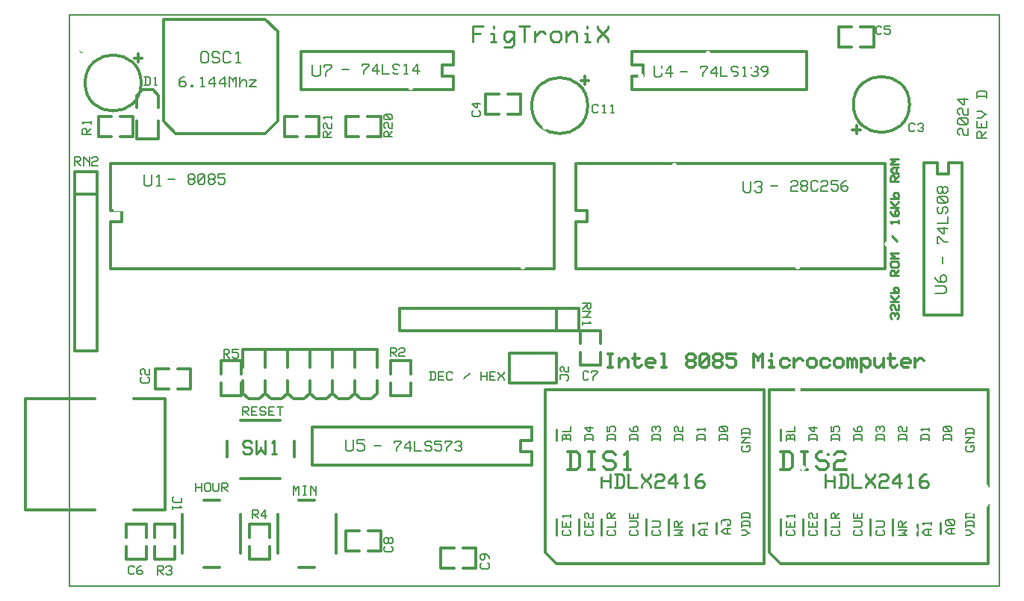
<source format=gto>
G04*
G04 Format:               Gerber RS-274X*
G04 Layer:                TopSilkscreen*
G04 This File Name:       Mini (Ver 4l 2024).gto*
G04 Source File Name:     Mini (Ver 4l 2024).rrb*
G04 Unique ID:            7eb9bcc2-86c3-4737-8ec5-6b6225f7666b*
G04 Generated Date:       Saturday, 19 October 2024 22:22:10*
G04*
G04 Created Using:        Robot Room Copper Connection v2.7.5443*
G04 Software Contact:     http://www.robotroom.com/CopperConnection/Support.aspx*
G04 License Number:       1685*
G04 Student Edition:      true*
G04*
G04 Zero Suppression:     Leading*
G04 Number Precision:     2.4*
G04*
%FSLAX24Y24*%
%MOIN*%
%LNTopSilkscreen*%
%ADD10C,.006*%
%ADD11C,.0071*%
%ADD12C,.0079*%
%ADD13C,.009*%
%ADD14C,.0094*%
%ADD15C,.01*%
%ADD16C,.0109*%
%ADD17C,.012*%
%ADD18C,.0126*%
%ADD19C,.0141*%
%ADD20C,.026*%
%ADD21C,.031*%
%ADD22C,.056*%
%ADD23C,.065*%
%ADD24C,.075*%
%ADD25C,.088*%
%ADD26C,.15*%
%ADD27C,.16*%
%ADD28R,.006X.006*%
%ADD29R,.056X.056*%
%ADD30R,.065X.065*%
%ADD31R,.075X.075*%
%ADD32R,.04X.05*%
%ADD33R,.05X.04*%
%ADD34R,.055X.06*%
D10*
G01X5660Y4600D02*
Y4218D01*
Y4409D02*
X5915D01*
Y4600D02*
Y4218D01*
X6042Y4281D02*
Y4536D01*
X6106Y4600D01*
X6234D01*
X6298Y4536D01*
Y4281D01*
X6234Y4218D01*
X6106D01*
X6042Y4281D01*
X6680Y4600D02*
Y4281D01*
X6616Y4218D01*
X6489D01*
X6425Y4281D01*
Y4600D01*
X6807D02*
Y4218D01*
Y4600D02*
X6999D01*
X7062Y4536D01*
Y4473D01*
X6999Y4409D01*
X6807D01*
X6871D02*
X7062Y4218D01*
X10000Y4078D02*
Y4460D01*
X10127Y4333D01*
X10255Y4460D01*
Y4078D01*
X10127Y4333D02*
Y4269D01*
X10446Y4460D02*
X10574D01*
X10510D02*
Y4078D01*
X10446D02*
X10574D01*
X10765D02*
Y4460D01*
X11020Y4205D01*
Y4460D02*
Y4078D01*
X30255Y6191D02*
Y6255D01*
X30382D01*
Y6064D01*
X30319Y6000D01*
X30064D01*
X30000Y6064D01*
Y6191D01*
X30064Y6255D01*
X30382Y6383D02*
X30000D01*
X30255Y6637D01*
X30000D02*
X30382D01*
X30000Y6765D02*
Y6956D01*
X30064Y7020D01*
X30319D01*
X30382Y6956D01*
Y6765D01*
X30000Y6829D02*
X30382D01*
X30000Y2505D02*
X30191D01*
X30319Y2378D01*
X30191Y2250D01*
X30000D01*
X30319Y2378D02*
X30382D01*
X30000Y2633D02*
Y2824D01*
X30064Y2887D01*
X30319D01*
X30382Y2824D01*
Y2633D01*
X30000Y2696D02*
X30382D01*
X30000Y3015D02*
Y3206D01*
X30064Y3270D01*
X30319D01*
X30382Y3206D01*
Y3015D01*
X30000Y3079D02*
X30382D01*
X22319Y2505D02*
X22382Y2441D01*
Y2314D01*
X22319Y2250D01*
X22064D01*
X22000Y2314D01*
Y2441D01*
X22064Y2505D01*
X22382Y2887D02*
Y2633D01*
X22191D01*
X22000D01*
Y2887D01*
X22191Y2633D02*
Y2824D01*
X22064Y3079D02*
X22000Y3142D01*
X22382D01*
Y3079D02*
Y3206D01*
X23319Y2505D02*
X23383Y2441D01*
Y2314D01*
X23319Y2250D01*
X23064D01*
X23000Y2314D01*
Y2441D01*
X23064Y2505D01*
X23383Y2887D02*
Y2633D01*
X23191D01*
X23000D01*
Y2887D01*
X23191Y2633D02*
Y2824D01*
X23064Y3015D02*
X23000Y3079D01*
Y3206D01*
X23064Y3270D01*
X23128D01*
X23191Y3206D01*
Y3079D01*
X23255Y3015D01*
X23383D01*
Y3270D01*
X24319Y2505D02*
X24382Y2441D01*
Y2314D01*
X24319Y2250D01*
X24064D01*
X24000Y2314D01*
Y2441D01*
X24064Y2505D01*
X24382Y2887D02*
Y2633D01*
X24000D01*
Y3015D02*
X24382D01*
X24000D02*
Y3206D01*
X24064Y3270D01*
X24127D01*
X24191Y3206D01*
Y3015D01*
Y3079D02*
X24382Y3270D01*
X25319Y2505D02*
X25382Y2441D01*
Y2314D01*
X25319Y2250D01*
X25064D01*
X25000Y2314D01*
Y2441D01*
X25064Y2505D01*
X25000Y2887D02*
X25319D01*
X25382Y2824D01*
Y2696D01*
X25319Y2633D01*
X25000D01*
X25382Y3270D02*
Y3015D01*
X25191D01*
X25000D01*
Y3270D01*
X25191Y3015D02*
Y3206D01*
X26319Y2505D02*
X26383Y2441D01*
Y2314D01*
X26319Y2250D01*
X26064D01*
X26000Y2314D01*
Y2441D01*
X26064Y2505D01*
X26000Y2887D02*
X26319D01*
X26383Y2824D01*
Y2696D01*
X26319Y2633D01*
X26000D01*
X27000Y2505D02*
X27383D01*
X27255Y2378D01*
X27383Y2250D01*
X27000D01*
X27191Y2378D02*
X27255D01*
X27000Y2633D02*
X27383D01*
X27000D02*
Y2824D01*
X27064Y2887D01*
X27128D01*
X27191Y2824D01*
Y2633D01*
Y2696D02*
X27383Y2887D01*
X29502Y2320D02*
X29248D01*
X29120Y2447D01*
X29248Y2575D01*
X29502D01*
X29375Y2320D02*
Y2575D01*
X29439Y2702D02*
X29184D01*
X29120Y2766D01*
Y2894D01*
X29184Y2957D01*
X29439D01*
X29502Y2894D01*
Y2766D01*
X29439Y2702D01*
X29184Y2957D02*
X29439Y2702D01*
X28472Y2280D02*
X28218D01*
X28090Y2407D01*
X28218Y2535D01*
X28472D01*
X28345Y2280D02*
Y2535D01*
X28154Y2726D02*
X28090Y2790D01*
X28472D01*
Y2726D02*
Y2854D01*
X22000Y6500D02*
Y6691D01*
X22064Y6755D01*
X22127D01*
X22191Y6691D01*
Y6564D01*
Y6691D02*
X22255Y6755D01*
X22319D01*
X22382Y6691D01*
Y6500D01*
X22000Y6564D02*
X22382D01*
Y7138D02*
Y6883D01*
X22000D01*
X23000Y6500D02*
Y6691D01*
X23064Y6755D01*
X23319D01*
X23383Y6691D01*
Y6500D01*
X23000Y6564D02*
X23383D01*
X23255Y7138D02*
Y6883D01*
X23191D01*
X23000Y7074D01*
X23383D01*
X24000Y6500D02*
Y6691D01*
X24064Y6755D01*
X24319D01*
X24382Y6691D01*
Y6500D01*
X24000Y6564D02*
X24382D01*
X24127Y6883D02*
X24000D01*
Y7138D01*
X24127Y6883D02*
Y7074D01*
X24191Y7138D01*
X24319D01*
X24382Y7074D01*
Y6946D01*
X24319Y6883D01*
X25000Y6500D02*
Y6691D01*
X25064Y6755D01*
X25319D01*
X25382Y6691D01*
Y6500D01*
X25000Y6564D02*
X25382D01*
X25255Y6883D02*
X25191Y6946D01*
Y7074D01*
X25255Y7138D01*
X25319D01*
X25382Y7074D01*
Y6946D01*
X25319Y6883D01*
X25255D01*
X25127D01*
X25000Y7010D01*
Y7074D01*
X26000Y6500D02*
Y6691D01*
X26064Y6755D01*
X26319D01*
X26383Y6691D01*
Y6500D01*
X26000Y6564D02*
X26383D01*
X26064Y6883D02*
X26000Y6946D01*
Y7074D01*
X26064Y7138D01*
X26128D01*
X26191Y7074D01*
Y7010D01*
Y7074D02*
X26255Y7138D01*
X26319D01*
X26383Y7074D01*
Y6946D01*
X26319Y6883D01*
X27000Y6500D02*
Y6691D01*
X27064Y6755D01*
X27319D01*
X27383Y6691D01*
Y6500D01*
X27000Y6564D02*
X27383D01*
X27064Y6883D02*
X27000Y6946D01*
Y7074D01*
X27064Y7138D01*
X27128D01*
X27191Y7074D01*
Y6946D01*
X27255Y6883D01*
X27383D01*
Y7138D01*
X28000Y6500D02*
Y6691D01*
X28064Y6755D01*
X28319D01*
X28382Y6691D01*
Y6500D01*
X28000Y6564D02*
X28382D01*
X28064Y6946D02*
X28000Y7010D01*
X28382D01*
Y6946D02*
Y7074D01*
X29000Y6500D02*
Y6691D01*
X29064Y6755D01*
X29319D01*
X29382Y6691D01*
Y6500D01*
X29000Y6564D02*
X29382D01*
X29319Y6883D02*
X29064D01*
X29000Y6946D01*
Y7074D01*
X29064Y7138D01*
X29319D01*
X29382Y7074D01*
Y6946D01*
X29319Y6883D01*
X29064Y7138D02*
X29319Y6883D01*
X40255Y6191D02*
Y6255D01*
X40382D01*
Y6064D01*
X40319Y6000D01*
X40064D01*
X40000Y6064D01*
Y6191D01*
X40064Y6255D01*
X40382Y6383D02*
X40000D01*
X40255Y6637D01*
X40000D02*
X40382D01*
X40000Y6765D02*
Y6956D01*
X40064Y7020D01*
X40319D01*
X40382Y6956D01*
Y6765D01*
X40000Y6829D02*
X40382D01*
X40000Y2505D02*
X40191D01*
X40319Y2378D01*
X40191Y2250D01*
X40000D01*
X40319Y2378D02*
X40382D01*
X40000Y2633D02*
Y2824D01*
X40064Y2887D01*
X40319D01*
X40382Y2824D01*
Y2633D01*
X40000Y2696D02*
X40382D01*
X40000Y3015D02*
Y3206D01*
X40064Y3270D01*
X40319D01*
X40382Y3206D01*
Y3015D01*
X40000Y3079D02*
X40382D01*
X32319Y2505D02*
X32383Y2441D01*
Y2314D01*
X32319Y2250D01*
X32064D01*
X32000Y2314D01*
Y2441D01*
X32064Y2505D01*
X32383Y2887D02*
Y2633D01*
X32191D01*
X32000D01*
Y2887D01*
X32191Y2633D02*
Y2824D01*
X32064Y3079D02*
X32000Y3142D01*
X32383D01*
Y3079D02*
Y3206D01*
X33319Y2505D02*
X33382Y2441D01*
Y2314D01*
X33319Y2250D01*
X33064D01*
X33000Y2314D01*
Y2441D01*
X33064Y2505D01*
X33382Y2887D02*
Y2633D01*
X33191D01*
X33000D01*
Y2887D01*
X33191Y2633D02*
Y2824D01*
X33064Y3015D02*
X33000Y3079D01*
Y3206D01*
X33064Y3270D01*
X33127D01*
X33191Y3206D01*
Y3079D01*
X33255Y3015D01*
X33382D01*
Y3270D01*
X34319Y2505D02*
X34382Y2441D01*
Y2314D01*
X34319Y2250D01*
X34064D01*
X34000Y2314D01*
Y2441D01*
X34064Y2505D01*
X34382Y2887D02*
Y2633D01*
X34000D01*
Y3015D02*
X34382D01*
X34000D02*
Y3206D01*
X34064Y3270D01*
X34127D01*
X34191Y3206D01*
Y3015D01*
Y3079D02*
X34382Y3270D01*
X35319Y2505D02*
X35382Y2441D01*
Y2314D01*
X35319Y2250D01*
X35064D01*
X35000Y2314D01*
Y2441D01*
X35064Y2505D01*
X35000Y2887D02*
X35319D01*
X35382Y2824D01*
Y2696D01*
X35319Y2633D01*
X35000D01*
X35382Y3270D02*
Y3015D01*
X35191D01*
X35000D01*
Y3270D01*
X35191Y3015D02*
Y3206D01*
X36319Y2505D02*
X36383Y2441D01*
Y2314D01*
X36319Y2250D01*
X36064D01*
X36000Y2314D01*
Y2441D01*
X36064Y2505D01*
X36000Y2887D02*
X36319D01*
X36383Y2824D01*
Y2696D01*
X36319Y2633D01*
X36000D01*
X37000Y2505D02*
X37383D01*
X37255Y2378D01*
X37383Y2250D01*
X37000D01*
X37191Y2378D02*
X37255D01*
X37000Y2633D02*
X37383D01*
X37000D02*
Y2824D01*
X37064Y2887D01*
X37128D01*
X37191Y2824D01*
Y2633D01*
Y2696D02*
X37383Y2887D01*
X39502Y2320D02*
X39248D01*
X39120Y2447D01*
X39248Y2575D01*
X39502D01*
X39375Y2320D02*
Y2575D01*
X39439Y2702D02*
X39184D01*
X39120Y2766D01*
Y2894D01*
X39184Y2957D01*
X39439D01*
X39502Y2894D01*
Y2766D01*
X39439Y2702D01*
X39184Y2957D02*
X39439Y2702D01*
X38472Y2280D02*
X38218D01*
X38090Y2407D01*
X38218Y2535D01*
X38472D01*
X38345Y2280D02*
Y2535D01*
X38154Y2726D02*
X38090Y2790D01*
X38472D01*
Y2726D02*
Y2854D01*
X32000Y6500D02*
Y6691D01*
X32064Y6755D01*
X32128D01*
X32191Y6691D01*
Y6564D01*
Y6691D02*
X32255Y6755D01*
X32319D01*
X32383Y6691D01*
Y6500D01*
X32000Y6564D02*
X32383D01*
Y7138D02*
Y6883D01*
X32000D01*
X33000Y6500D02*
Y6691D01*
X33064Y6755D01*
X33319D01*
X33382Y6691D01*
Y6500D01*
X33000Y6564D02*
X33382D01*
X33255Y7138D02*
Y6883D01*
X33191D01*
X33000Y7074D01*
X33382D01*
X34000Y6500D02*
Y6691D01*
X34064Y6755D01*
X34319D01*
X34382Y6691D01*
Y6500D01*
X34000Y6564D02*
X34382D01*
X34127Y6883D02*
X34000D01*
Y7138D01*
X34127Y6883D02*
Y7074D01*
X34191Y7138D01*
X34319D01*
X34382Y7074D01*
Y6946D01*
X34319Y6883D01*
X35000Y6500D02*
Y6691D01*
X35064Y6755D01*
X35319D01*
X35382Y6691D01*
Y6500D01*
X35000Y6564D02*
X35382D01*
X35255Y6883D02*
X35191Y6946D01*
Y7074D01*
X35255Y7138D01*
X35319D01*
X35382Y7074D01*
Y6946D01*
X35319Y6883D01*
X35255D01*
X35127D01*
X35000Y7010D01*
Y7074D01*
X36000Y6500D02*
Y6691D01*
X36064Y6755D01*
X36319D01*
X36383Y6691D01*
Y6500D01*
X36000Y6564D02*
X36383D01*
X36064Y6883D02*
X36000Y6946D01*
Y7074D01*
X36064Y7138D01*
X36128D01*
X36191Y7074D01*
Y7010D01*
Y7074D02*
X36255Y7138D01*
X36319D01*
X36383Y7074D01*
Y6946D01*
X36319Y6883D01*
X37000Y6500D02*
Y6691D01*
X37064Y6755D01*
X37319D01*
X37383Y6691D01*
Y6500D01*
X37000Y6564D02*
X37383D01*
X37064Y6883D02*
X37000Y6946D01*
Y7074D01*
X37064Y7138D01*
X37128D01*
X37191Y7074D01*
Y6946D01*
X37255Y6883D01*
X37383D01*
Y7138D01*
X38000Y6500D02*
Y6691D01*
X38064Y6755D01*
X38319D01*
X38382Y6691D01*
Y6500D01*
X38000Y6564D02*
X38382D01*
X38064Y6946D02*
X38000Y7010D01*
X38382D01*
Y6946D02*
Y7074D01*
X39000Y6500D02*
Y6691D01*
X39064Y6755D01*
X39319D01*
X39382Y6691D01*
Y6500D01*
X39000Y6564D02*
X39382D01*
X39319Y6883D02*
X39064D01*
X39000Y6946D01*
Y7074D01*
X39064Y7138D01*
X39319D01*
X39382Y7074D01*
Y6946D01*
X39319Y6883D01*
X39064Y7138D02*
X39319Y6883D01*
X7750Y8000D02*
Y7618D01*
Y8000D02*
X7941D01*
X8005Y7936D01*
Y7873D01*
X7941Y7809D01*
X7750D01*
X7814D02*
X8005Y7618D01*
X8387D02*
X8132D01*
Y7809D01*
Y8000D01*
X8387D01*
X8132Y7809D02*
X8324D01*
X8706D02*
X8579D01*
X8515Y7873D01*
Y7936D01*
X8579Y8000D01*
X8706D01*
X8770Y7936D01*
X8706Y7809D02*
X8770Y7745D01*
Y7681D01*
X8706Y7618D01*
X8579D01*
X8515Y7681D01*
X9152Y7618D02*
X8897D01*
Y7809D01*
Y8000D01*
X9152D01*
X8897Y7809D02*
X9089D01*
X9280Y8000D02*
X9535D01*
X9407D02*
Y7618D01*
X16090Y9570D02*
X16281D01*
X16345Y9506D01*
Y9251D01*
X16281Y9188D01*
X16090D01*
X16154Y9570D02*
Y9188D01*
X16727D02*
X16473D01*
Y9379D01*
Y9570D01*
X16727D01*
X16473Y9379D02*
X16664D01*
X17110Y9251D02*
X17046Y9188D01*
X16919D01*
X16855Y9251D01*
Y9506D01*
X16919Y9570D01*
X17046D01*
X17110Y9506D01*
X17875D02*
X17620Y9251D01*
X18385Y9570D02*
Y9188D01*
Y9379D02*
X18640D01*
Y9570D02*
Y9188D01*
X19022D02*
X18767D01*
Y9379D01*
Y9570D01*
X19022D01*
X18767Y9379D02*
X18959D01*
X19150Y9570D02*
Y9506D01*
X19405Y9251D01*
Y9188D01*
X19150D02*
Y9251D01*
X19405Y9506D01*
Y9570D01*
X14379Y1775D02*
X14442Y1711D01*
Y1584D01*
X14379Y1520D01*
X14124D01*
X14060Y1584D01*
Y1711D01*
X14124Y1775D01*
X14251Y1966D02*
X14187Y1903D01*
X14124D01*
X14060Y1966D01*
Y2094D01*
X14124Y2158D01*
X14187D01*
X14251Y2094D01*
Y1966D01*
Y2094D02*
X14315Y2158D01*
X14379D01*
X14442Y2094D01*
Y1966D01*
X14379Y1903D01*
X14315D01*
X14251Y1966D01*
X3940Y890D02*
Y508D01*
Y890D02*
X4131D01*
X4195Y826D01*
Y763D01*
X4131Y699D01*
X3940D01*
X4004D02*
X4195Y508D01*
X4323Y826D02*
X4386Y890D01*
X4514D01*
X4578Y826D01*
Y763D01*
X4514Y699D01*
X4450D01*
X4514D02*
X4578Y635D01*
Y571D01*
X4514Y508D01*
X4386D01*
X4323Y571D01*
X8180Y3400D02*
Y3017D01*
Y3400D02*
X8371D01*
X8435Y3336D01*
Y3272D01*
X8371Y3209D01*
X8180D01*
X8244D02*
X8435Y3017D01*
X8817Y3145D02*
X8562D01*
Y3209D01*
X8754Y3400D01*
Y3017D01*
X725Y23901D02*
X661Y23837D01*
X534D01*
X470Y23901D01*
Y24156D01*
X534Y24220D01*
X661D01*
X725Y24156D01*
X916D02*
X980Y24220D01*
Y23837D01*
X916D02*
X1044D01*
X2895Y581D02*
X2831Y517D01*
X2704D01*
X2640Y581D01*
Y836D01*
X2704Y900D01*
X2831D01*
X2895Y836D01*
X3022Y645D02*
X3086Y709D01*
X3214D01*
X3277Y645D01*
Y581D01*
X3214Y517D01*
X3086D01*
X3022Y581D01*
Y645D01*
Y772D01*
X3150Y900D01*
X3214D01*
X6900Y10560D02*
Y10178D01*
Y10560D02*
X7091D01*
X7155Y10496D01*
Y10433D01*
X7091Y10369D01*
X6900D01*
X6964D02*
X7155Y10178D01*
X7282Y10433D02*
Y10560D01*
X7537D01*
X7282Y10433D02*
X7474D01*
X7537Y10369D01*
Y10241D01*
X7474Y10178D01*
X7346D01*
X7282Y10241D01*
X3350Y22740D02*
X3541D01*
X3605Y22676D01*
Y22421D01*
X3541Y22358D01*
X3350D01*
X3414Y22740D02*
Y22358D01*
X3796Y22676D02*
X3860Y22740D01*
Y22358D01*
X3796D02*
X3924D01*
X260Y19150D02*
Y18768D01*
Y19150D02*
X451D01*
X515Y19086D01*
Y19023D01*
X451Y18959D01*
X260D01*
X324D02*
X515Y18768D01*
X643D02*
Y19150D01*
X898Y18895D01*
Y19150D02*
Y18768D01*
X1025Y19086D02*
X1089Y19150D01*
X1216D01*
X1280Y19086D01*
Y19023D01*
X1216Y18959D01*
X1089D01*
X1025Y18895D01*
Y18768D01*
X1280D01*
X14340Y10630D02*
Y10248D01*
Y10630D02*
X14531D01*
X14595Y10566D01*
Y10503D01*
X14531Y10439D01*
X14340D01*
X14404D02*
X14595Y10248D01*
X14722Y10566D02*
X14786Y10630D01*
X14914D01*
X14977Y10566D01*
Y10503D01*
X14914Y10439D01*
X14786D01*
X14722Y10375D01*
Y10248D01*
X14977D01*
X23185Y9271D02*
X23121Y9208D01*
X22994D01*
X22930Y9271D01*
Y9526D01*
X22994Y9590D01*
X23121D01*
X23185Y9526D01*
X23313D02*
Y9590D01*
X23568D01*
Y9526D01*
X23376Y9335D01*
Y9208D01*
X580Y20180D02*
X962D01*
X580D02*
Y20371D01*
X644Y20435D01*
X707D01*
X771Y20371D01*
Y20180D01*
Y20244D02*
X962Y20435D01*
X644Y20626D02*
X580Y20690D01*
X962D01*
Y20626D02*
Y20754D01*
X5000Y3936D02*
Y3745D01*
X4681D01*
X4617Y3809D01*
Y3936D01*
X4681Y4000D01*
X4936Y3554D02*
X5000Y3490D01*
X4617D01*
Y3554D02*
Y3426D01*
X37745Y20351D02*
X37681Y20287D01*
X37554D01*
X37490Y20351D01*
Y20606D01*
X37554Y20670D01*
X37681D01*
X37745Y20606D01*
X37872D02*
X37936Y20670D01*
X38064D01*
X38127Y20606D01*
Y20543D01*
X38064Y20479D01*
X38000D01*
X38064D02*
X38127Y20415D01*
Y20351D01*
X38064Y20287D01*
X37936D01*
X37872Y20351D01*
X36255Y24681D02*
X36191Y24617D01*
X36064D01*
X36000Y24681D01*
Y24936D01*
X36064Y25000D01*
X36191D01*
X36255Y24936D01*
X36383Y24872D02*
Y25000D01*
X36638D01*
X36383Y24872D02*
X36574D01*
X36638Y24809D01*
Y24681D01*
X36574Y24617D01*
X36446D01*
X36383Y24681D01*
X23615Y21181D02*
X23551Y21117D01*
X23424D01*
X23360Y21181D01*
Y21436D01*
X23424Y21500D01*
X23551D01*
X23615Y21436D01*
X23806D02*
X23870Y21500D01*
Y21117D01*
X23806D02*
X23934D01*
X24189Y21436D02*
X24252Y21500D01*
Y21117D01*
X24189D02*
X24316D01*
X21900Y9234D02*
Y9425D01*
X22219D01*
X22283Y9361D01*
Y9234D01*
X22219Y9170D01*
X21964Y9552D02*
X21900Y9616D01*
Y9744D01*
X21964Y9807D01*
X22028D01*
X22091Y9744D01*
Y9616D01*
X22155Y9552D01*
X22283D01*
Y9807D01*
X11330Y20040D02*
X11712D01*
X11330D02*
Y20231D01*
X11394Y20295D01*
X11457D01*
X11521Y20231D01*
Y20040D01*
Y20104D02*
X11712Y20295D01*
X11394Y20423D02*
X11330Y20486D01*
Y20614D01*
X11394Y20678D01*
X11457D01*
X11521Y20614D01*
Y20486D01*
X11585Y20423D01*
X11712D01*
Y20678D01*
X11394Y20869D02*
X11330Y20933D01*
X11712D01*
Y20869D02*
Y20996D01*
X14040Y20050D02*
X14422D01*
X14040D02*
Y20241D01*
X14104Y20305D01*
X14167D01*
X14231Y20241D01*
Y20050D01*
Y20114D02*
X14422Y20305D01*
X14104Y20433D02*
X14040Y20496D01*
Y20624D01*
X14104Y20688D01*
X14167D01*
X14231Y20624D01*
Y20496D01*
X14295Y20433D01*
X14422D01*
Y20688D01*
X14359Y20815D02*
X14104D01*
X14040Y20879D01*
Y21006D01*
X14104Y21070D01*
X14359D01*
X14422Y21006D01*
Y20879D01*
X14359Y20815D01*
X14104Y21070D02*
X14359Y20815D01*
X3509Y9315D02*
X3573Y9251D01*
Y9124D01*
X3509Y9060D01*
X3254D01*
X3190Y9124D01*
Y9251D01*
X3254Y9315D01*
Y9442D02*
X3190Y9506D01*
Y9634D01*
X3254Y9697D01*
X3317D01*
X3381Y9634D01*
Y9506D01*
X3445Y9442D01*
X3573D01*
Y9697D01*
X18669Y1035D02*
X18733Y971D01*
Y844D01*
X18669Y780D01*
X18414D01*
X18350Y844D01*
Y971D01*
X18414Y1035D01*
X18478Y1417D02*
X18541Y1354D01*
Y1226D01*
X18478Y1163D01*
X18414D01*
X18350Y1226D01*
Y1354D01*
X18414Y1417D01*
X18605D01*
X18733Y1290D01*
Y1226D01*
X18289Y21225D02*
X18352Y21161D01*
Y21034D01*
X18289Y20970D01*
X18034D01*
X17970Y21034D01*
Y21161D01*
X18034Y21225D01*
X18225Y21608D02*
Y21353D01*
X18161D01*
X17970Y21544D01*
X18352D01*
X23290Y12630D02*
X22908D01*
X23290D02*
Y12439D01*
X23226Y12375D01*
X23163D01*
X23099Y12439D01*
Y12630D01*
Y12566D02*
X22908Y12375D01*
Y12248D02*
X23290D01*
X23035Y11993D01*
X23290D02*
X22908D01*
X23226Y11801D02*
X23290Y11738D01*
X22908D01*
Y11801D02*
Y11674D01*
D11*
X39735Y20140D02*
X39660Y20215D01*
Y20365D01*
X39735Y20440D01*
X39810D01*
X39885Y20365D01*
Y20215D01*
X39960Y20140D01*
X40110D01*
Y20440D01*
X40035Y20590D02*
X39735D01*
X39660Y20665D01*
Y20815D01*
X39735Y20890D01*
X40035D01*
X40110Y20815D01*
Y20665D01*
X40035Y20590D01*
X39735Y20890D02*
X40035Y20590D01*
X39735Y21040D02*
X39660Y21115D01*
Y21265D01*
X39735Y21340D01*
X39810D01*
X39885Y21265D01*
Y21115D01*
X39960Y21040D01*
X40110D01*
Y21340D01*
X39960Y21790D02*
Y21490D01*
X39885D01*
X39660Y21715D01*
X40110D01*
X40500Y20000D02*
X40950D01*
X40500D02*
Y20225D01*
X40575Y20300D01*
X40650D01*
X40725Y20225D01*
Y20000D01*
Y20075D02*
X40950Y20300D01*
Y20750D02*
Y20450D01*
X40725D01*
X40500D01*
Y20750D01*
X40725Y20450D02*
Y20675D01*
X40500Y21200D02*
X40725D01*
X40875Y21050D01*
X40725Y20900D01*
X40500D01*
X40875Y21050D02*
X40950D01*
X40500Y21800D02*
Y22025D01*
X40575Y22100D01*
X40875D01*
X40950Y22025D01*
Y21800D01*
X40500Y21875D02*
X40950D01*
X4910Y22440D02*
X4985Y22515D01*
X5135D01*
X5210Y22440D01*
Y22365D01*
X5135Y22290D01*
X4985D01*
X4910Y22365D01*
Y22440D01*
Y22590D01*
X5060Y22740D01*
X5135D01*
X5435Y22365D02*
X5510Y22290D01*
X5435D01*
Y22365D01*
X5510D01*
Y22290D01*
X5885Y22665D02*
X5960Y22740D01*
Y22290D01*
X5885D02*
X6035D01*
X6560Y22440D02*
X6260D01*
Y22515D01*
X6485Y22740D01*
Y22290D01*
X7010Y22440D02*
X6710D01*
Y22515D01*
X6935Y22740D01*
Y22290D01*
X7160D02*
Y22740D01*
X7310Y22590D01*
X7460Y22740D01*
Y22290D01*
X7310Y22590D02*
Y22515D01*
X7610Y22740D02*
Y22290D01*
Y22440D02*
X7760Y22590D01*
X7835D01*
X7910Y22515D01*
Y22290D01*
X8060Y22590D02*
X8360D01*
X8060Y22290D01*
X8360D01*
X12180Y23075D02*
X12480D01*
X13080Y23225D02*
Y23300D01*
X13380D01*
Y23225D01*
X13155Y23000D01*
Y22850D01*
X13830Y23000D02*
X13530D01*
Y23075D01*
X13755Y23300D01*
Y22850D01*
X14280D02*
X13980D01*
Y23300D01*
X14655Y23075D02*
X14505D01*
X14430Y23150D01*
Y23225D01*
X14505Y23300D01*
X14655D01*
X14730Y23225D01*
X14655Y23075D02*
X14730Y23000D01*
Y22925D01*
X14655Y22850D01*
X14505D01*
X14430Y22925D01*
X14955Y23225D02*
X15030Y23300D01*
Y22850D01*
X14955D02*
X15105D01*
X15630Y23000D02*
X15330D01*
Y23075D01*
X15555Y23300D01*
Y22850D01*
X27290Y22975D02*
X27590D01*
X28190Y23125D02*
Y23200D01*
X28490D01*
Y23125D01*
X28265Y22900D01*
Y22750D01*
X28940Y22900D02*
X28640D01*
Y22975D01*
X28865Y23200D01*
Y22750D01*
X29390D02*
X29090D01*
Y23200D01*
X29765Y22975D02*
X29615D01*
X29540Y23050D01*
Y23125D01*
X29615Y23200D01*
X29765D01*
X29840Y23125D01*
X29765Y22975D02*
X29840Y22900D01*
Y22825D01*
X29765Y22750D01*
X29615D01*
X29540Y22825D01*
X30065Y23125D02*
X30140Y23200D01*
Y22750D01*
X30065D02*
X30215D01*
X30440Y23125D02*
X30515Y23200D01*
X30665D01*
X30740Y23125D01*
Y23050D01*
X30665Y22975D01*
X30590D01*
X30665D02*
X30740Y22900D01*
Y22825D01*
X30665Y22750D01*
X30515D01*
X30440Y22825D01*
X31190Y23050D02*
X31115Y22975D01*
X30965D01*
X30890Y23050D01*
Y23125D01*
X30965Y23200D01*
X31115D01*
X31190Y23125D01*
Y22900D01*
X31040Y22750D01*
X30965D01*
X38975Y14390D02*
Y14690D01*
X38825Y15290D02*
X38750D01*
Y15590D01*
X38825D01*
X39050Y15365D01*
X39200D01*
X39050Y16040D02*
Y15740D01*
X38975D01*
X38750Y15965D01*
X39200D01*
Y16490D02*
Y16190D01*
X38750D01*
X38975Y16865D02*
Y16715D01*
X38900Y16640D01*
X38825D01*
X38750Y16715D01*
Y16865D01*
X38825Y16940D01*
X38975Y16865D02*
X39050Y16940D01*
X39125D01*
X39200Y16865D01*
Y16715D01*
X39125Y16640D01*
Y17090D02*
X38825D01*
X38750Y17165D01*
Y17315D01*
X38825Y17390D01*
X39125D01*
X39200Y17315D01*
Y17165D01*
X39125Y17090D01*
X38825Y17390D02*
X39125Y17090D01*
X38975Y17615D02*
X38900Y17540D01*
X38825D01*
X38750Y17615D01*
Y17765D01*
X38825Y17840D01*
X38900D01*
X38975Y17765D01*
Y17615D01*
Y17765D02*
X39050Y17840D01*
X39125D01*
X39200Y17765D01*
Y17615D01*
X39125Y17540D01*
X39050D01*
X38975Y17615D01*
X31310Y17865D02*
X31610D01*
X32210Y18015D02*
X32285Y18090D01*
X32435D01*
X32510Y18015D01*
Y17940D01*
X32435Y17865D01*
X32285D01*
X32210Y17790D01*
Y17640D01*
X32510D01*
X32735Y17865D02*
X32660Y17940D01*
Y18015D01*
X32735Y18090D01*
X32885D01*
X32960Y18015D01*
Y17940D01*
X32885Y17865D01*
X32735D01*
X32885D02*
X32960Y17790D01*
Y17715D01*
X32885Y17640D01*
X32735D01*
X32660Y17715D01*
Y17790D01*
X32735Y17865D01*
X33410Y17715D02*
X33335Y17640D01*
X33185D01*
X33110Y17715D01*
Y18015D01*
X33185Y18090D01*
X33335D01*
X33410Y18015D01*
X33560D02*
X33635Y18090D01*
X33785D01*
X33860Y18015D01*
Y17940D01*
X33785Y17865D01*
X33635D01*
X33560Y17790D01*
Y17640D01*
X33860D01*
X34010Y17940D02*
Y18090D01*
X34310D01*
X34010Y17940D02*
X34235D01*
X34310Y17865D01*
Y17715D01*
X34235Y17640D01*
X34085D01*
X34010Y17715D01*
X34460Y17790D02*
X34535Y17865D01*
X34685D01*
X34760Y17790D01*
Y17715D01*
X34685Y17640D01*
X34535D01*
X34460Y17715D01*
Y17790D01*
Y17940D01*
X34610Y18090D01*
X34685D01*
X4400Y18165D02*
X4700D01*
X5375D02*
X5300Y18240D01*
Y18315D01*
X5375Y18390D01*
X5525D01*
X5600Y18315D01*
Y18240D01*
X5525Y18165D01*
X5375D01*
X5525D02*
X5600Y18090D01*
Y18015D01*
X5525Y17940D01*
X5375D01*
X5300Y18015D01*
Y18090D01*
X5375Y18165D01*
X5750Y18015D02*
Y18315D01*
X5825Y18390D01*
X5975D01*
X6050Y18315D01*
Y18015D01*
X5975Y17940D01*
X5825D01*
X5750Y18015D01*
X6050Y18315D02*
X5750Y18015D01*
X6275Y18165D02*
X6200Y18240D01*
Y18315D01*
X6275Y18390D01*
X6425D01*
X6500Y18315D01*
Y18240D01*
X6425Y18165D01*
X6275D01*
X6425D02*
X6500Y18090D01*
Y18015D01*
X6425Y17940D01*
X6275D01*
X6200Y18015D01*
Y18090D01*
X6275Y18165D01*
X6650Y18240D02*
Y18390D01*
X6950D01*
X6650Y18240D02*
X6875D01*
X6950Y18165D01*
Y18015D01*
X6875Y17940D01*
X6725D01*
X6650Y18015D01*
X13620Y6255D02*
X13920D01*
X14520Y6405D02*
Y6480D01*
X14820D01*
Y6405D01*
X14595Y6180D01*
Y6030D01*
X15270Y6180D02*
X14970D01*
Y6255D01*
X15195Y6480D01*
Y6030D01*
X15720D02*
X15420D01*
Y6480D01*
X16095Y6255D02*
X15945D01*
X15870Y6330D01*
Y6405D01*
X15945Y6480D01*
X16095D01*
X16170Y6405D01*
X16095Y6255D02*
X16170Y6180D01*
Y6105D01*
X16095Y6030D01*
X15945D01*
X15870Y6105D01*
X16320Y6330D02*
Y6480D01*
X16620D01*
X16320Y6330D02*
X16545D01*
X16620Y6255D01*
Y6105D01*
X16545Y6030D01*
X16395D01*
X16320Y6105D01*
X16770Y6405D02*
Y6480D01*
X17070D01*
Y6405D01*
X16845Y6180D01*
Y6030D01*
X17220Y6405D02*
X17295Y6480D01*
X17445D01*
X17520Y6405D01*
Y6330D01*
X17445Y6255D01*
X17370D01*
X17445D02*
X17520Y6180D01*
Y6105D01*
X17445Y6030D01*
X17295D01*
X17220Y6105D01*
D12*
X30425Y18070D02*
Y17651D01*
X30341Y17567D01*
X30174D01*
X30090Y17651D01*
Y18070D01*
X30593Y17986D02*
X30676Y18070D01*
X30844D01*
X30928Y17986D01*
Y17902D01*
X30844Y17819D01*
X30760D01*
X30844D02*
X30928Y17735D01*
Y17651D01*
X30844Y17567D01*
X30676D01*
X30593Y17651D01*
X3665Y18360D02*
Y17941D01*
X3581Y17858D01*
X3414D01*
X3330Y17941D01*
Y18360D01*
X3916Y18276D02*
X4000Y18360D01*
Y17858D01*
X3916D02*
X4084D01*
X11195Y23250D02*
Y22831D01*
X11111Y22748D01*
X10944D01*
X10860Y22831D01*
Y23250D01*
X11362Y23166D02*
Y23250D01*
X11697D01*
Y23166D01*
X11446Y22915D01*
Y22748D01*
X12675Y6520D02*
Y6101D01*
X12591Y6018D01*
X12424D01*
X12340Y6101D01*
Y6520D01*
X12842Y6353D02*
Y6520D01*
X13177D01*
X12842Y6353D02*
X13094D01*
X13177Y6269D01*
Y6101D01*
X13094Y6018D01*
X12926D01*
X12842Y6101D01*
X38640Y13395D02*
X39059D01*
X39143Y13311D01*
Y13144D01*
X39059Y13060D01*
X38640D01*
X38975Y13562D02*
X38891Y13646D01*
Y13814D01*
X38975Y13897D01*
X39059D01*
X39143Y13814D01*
Y13646D01*
X39059Y13562D01*
X38975D01*
X38808D01*
X38640Y13730D01*
Y13814D01*
X26435Y23230D02*
Y22811D01*
X26351Y22728D01*
X26184D01*
X26100Y22811D01*
Y23230D01*
X26938Y22895D02*
X26603D01*
Y22979D01*
X26854Y23230D01*
Y22728D01*
X5870Y23441D02*
Y23776D01*
X5954Y23860D01*
X6121D01*
X6205Y23776D01*
Y23441D01*
X6121Y23357D01*
X5954D01*
X5870Y23441D01*
X6624Y23609D02*
X6456D01*
X6373Y23692D01*
Y23776D01*
X6456Y23860D01*
X6624D01*
X6708Y23776D01*
X6624Y23609D02*
X6708Y23525D01*
Y23441D01*
X6624Y23357D01*
X6456D01*
X6373Y23441D01*
X7210D02*
X7126Y23357D01*
X6959D01*
X6875Y23441D01*
Y23776D01*
X6959Y23860D01*
X7126D01*
X7210Y23776D01*
X7461D02*
X7545Y23860D01*
Y23357D01*
X7461D02*
X7629D01*
D13*
X36704Y11940D02*
X36640Y12004D01*
Y12131D01*
X36704Y12195D01*
X36767D01*
X36831Y12131D01*
Y12068D01*
Y12131D02*
X36895Y12195D01*
X36959D01*
X37022Y12131D01*
Y12004D01*
X36959Y11940D01*
X36704Y12323D02*
X36640Y12386D01*
Y12514D01*
X36704Y12578D01*
X36767D01*
X36831Y12514D01*
Y12386D01*
X36895Y12323D01*
X37022D01*
Y12578D01*
X36640Y12705D02*
X37022D01*
Y12960D02*
X36831Y12769D01*
X36640Y12960D01*
X36831Y12705D02*
Y12769D01*
X36640Y13087D02*
X37022D01*
X36895D02*
X36767Y13215D01*
Y13279D01*
X36831Y13342D01*
X36959D01*
X37022Y13279D01*
Y13151D01*
X36959Y13087D01*
X36895D01*
X36640Y13852D02*
X37022D01*
X36640D02*
Y14044D01*
X36704Y14107D01*
X36767D01*
X36831Y14044D01*
Y13852D01*
Y13916D02*
X37022Y14107D01*
X36959Y14235D02*
X36704D01*
X36640Y14299D01*
Y14426D01*
X36704Y14490D01*
X36959D01*
X37022Y14426D01*
Y14299D01*
X36959Y14235D01*
X37022Y14617D02*
X36640D01*
X36767Y14745D01*
X36640Y14872D01*
X37022D01*
X36767Y14745D02*
X36831D01*
X36704Y15637D02*
X36959Y15382D01*
X36704Y16211D02*
X36640Y16275D01*
X37022D01*
Y16211D02*
Y16339D01*
X36895Y16530D02*
X36831Y16594D01*
Y16721D01*
X36895Y16785D01*
X36959D01*
X37022Y16721D01*
Y16594D01*
X36959Y16530D01*
X36895D01*
X36767D01*
X36640Y16657D01*
Y16721D01*
Y16912D02*
X37022D01*
Y17167D02*
X36831Y16976D01*
X36640Y17167D01*
X36831Y16912D02*
Y16976D01*
X36640Y17295D02*
X37022D01*
X36895D02*
X36767Y17422D01*
Y17486D01*
X36831Y17550D01*
X36959D01*
X37022Y17486D01*
Y17359D01*
X36959Y17295D01*
X36895D01*
X36640Y18060D02*
X37022D01*
X36640D02*
Y18251D01*
X36704Y18315D01*
X36767D01*
X36831Y18251D01*
Y18060D01*
Y18124D02*
X37022Y18315D01*
Y18442D02*
X36767D01*
X36640Y18570D01*
X36767Y18697D01*
X37022D01*
X36895Y18442D02*
Y18697D01*
X37022Y18825D02*
X36640D01*
X36767Y18952D01*
X36640Y19080D01*
X37022D01*
X36767Y18952D02*
X36831D01*
D14*
X23750Y5000D02*
Y4400D01*
Y4700D02*
X24150D01*
Y5000D02*
Y4400D01*
X24350Y5000D02*
X24650D01*
X24750Y4900D01*
Y4500D01*
X24650Y4400D01*
X24350D01*
X24450Y5000D02*
Y4400D01*
X25350D02*
X24950D01*
Y5000D01*
X25550D02*
Y4900D01*
X25950Y4500D01*
Y4400D01*
X25550D02*
Y4500D01*
X25950Y4900D01*
Y5000D01*
X26150Y4900D02*
X26250Y5000D01*
X26450D01*
X26550Y4900D01*
Y4800D01*
X26450Y4700D01*
X26250D01*
X26150Y4600D01*
Y4400D01*
X26550D01*
X27150Y4600D02*
X26750D01*
Y4700D01*
X27050Y5000D01*
Y4400D01*
X27450Y4900D02*
X27550Y5000D01*
Y4400D01*
X27450D02*
X27650D01*
X27950Y4600D02*
X28050Y4700D01*
X28250D01*
X28350Y4600D01*
Y4500D01*
X28250Y4400D01*
X28050D01*
X27950Y4500D01*
Y4600D01*
Y4800D01*
X28150Y5000D01*
X28250D01*
X33750D02*
Y4400D01*
Y4700D02*
X34150D01*
Y5000D02*
Y4400D01*
X34350Y5000D02*
X34650D01*
X34750Y4900D01*
Y4500D01*
X34650Y4400D01*
X34350D01*
X34450Y5000D02*
Y4400D01*
X35350D02*
X34950D01*
Y5000D01*
X35550D02*
Y4900D01*
X35950Y4500D01*
Y4400D01*
X35550D02*
Y4500D01*
X35950Y4900D01*
Y5000D01*
X36150Y4900D02*
X36250Y5000D01*
X36450D01*
X36550Y4900D01*
Y4800D01*
X36450Y4700D01*
X36250D01*
X36150Y4600D01*
Y4400D01*
X36550D01*
X37150Y4600D02*
X36750D01*
Y4700D01*
X37050Y5000D01*
Y4400D01*
X37450Y4900D02*
X37550Y5000D01*
Y4400D01*
X37450D02*
X37650D01*
X37950Y4600D02*
X38050Y4700D01*
X38250D01*
X38350Y4600D01*
Y4500D01*
X38250Y4400D01*
X38050D01*
X37950Y4500D01*
Y4600D01*
Y4800D01*
X38150Y5000D01*
X38250D01*
X8050Y6200D02*
X7850D01*
X7750Y6300D01*
Y6400D01*
X7850Y6500D01*
X8050D01*
X8150Y6400D01*
X8050Y6200D02*
X8150Y6100D01*
Y6000D01*
X8050Y5900D01*
X7850D01*
X7750Y6000D01*
X8750Y6500D02*
Y5900D01*
X8550Y6100D01*
X8350Y5900D01*
Y6500D01*
X8550Y6200D02*
Y6100D01*
X9050Y6400D02*
X9150Y6500D01*
Y5900D01*
X9050D02*
X9250D01*
D15*
X21750Y2250D02*
Y3000D01*
X22750Y2250D02*
Y3000D01*
X23750Y2250D02*
Y3000D01*
X25750Y2250D02*
Y3000D01*
X26750Y2250D02*
Y3000D01*
X28870Y2320D02*
Y2820D01*
X27840Y2280D02*
Y2780D01*
X21750Y6500D02*
Y7000D01*
X31750Y2250D02*
Y3000D01*
X32750Y2250D02*
Y3000D01*
X33750Y2250D02*
Y3000D01*
X35750Y2250D02*
Y3000D01*
X36750Y2250D02*
Y3000D01*
X38870Y2320D02*
Y2820D01*
X37840Y2280D02*
Y2780D01*
X31750Y6500D02*
Y7000D01*
D16*
X18000Y24302D02*
Y24651D01*
Y25000D01*
X18465D01*
X18000Y24651D02*
X18349D01*
X18814Y24302D02*
X19046D01*
X18814Y24651D02*
X18930D01*
Y24302D01*
Y25000D02*
Y24884D01*
X19860Y24767D02*
Y24186D01*
X19744Y24070D01*
X19395D01*
X19860Y24535D02*
X19627Y24302D01*
X19511D01*
X19395Y24419D01*
Y24651D01*
X19511Y24767D01*
X19744D01*
X19860Y24651D01*
X20093Y25000D02*
X20558D01*
X20325D02*
Y24302D01*
X20790Y24767D02*
Y24302D01*
Y24535D02*
X21022Y24767D01*
X21139D01*
X21255Y24651D01*
X21487Y24419D02*
Y24651D01*
X21604Y24767D01*
X21836D01*
X21953Y24651D01*
Y24419D01*
X21836Y24302D01*
X21604D01*
X21487Y24419D01*
X22185Y24767D02*
Y24302D01*
Y24535D02*
X22417Y24767D01*
X22534D01*
X22650Y24651D01*
Y24302D01*
X22999D02*
X23231D01*
X22999Y24651D02*
X23115D01*
Y24302D01*
Y25000D02*
Y24884D01*
X23580Y25000D02*
Y24884D01*
X24045Y24419D01*
Y24302D01*
X23580D02*
Y24419D01*
X24045Y24884D01*
Y25000D01*
D17*
X22600Y16250D02*
Y14150D01*
X36400D01*
Y18850D01*
X22600D01*
Y16750D01*
X23100D01*
Y16250D01*
X22600D01*
X1850D02*
Y14150D01*
X21650D01*
Y18850D01*
X1850D01*
Y16750D01*
X2350D01*
Y16250D01*
X1850D01*
X17150Y23250D02*
Y23850D01*
X10350D01*
Y22150D01*
X17150D01*
Y22750D01*
X16650D01*
Y23250D01*
X17150D01*
X4200Y25300D02*
X8750D01*
X9300Y24750D01*
Y20750D01*
X8750Y20200D01*
X4750D01*
X3080Y23760D02*
Y23400D01*
X7660Y3200D02*
Y1460D01*
X5060Y3200D02*
Y1460D01*
X6710Y3830D02*
X6010D01*
X6710Y830D02*
X6010D01*
X11910Y3200D02*
Y1460D01*
X9310Y3200D02*
Y1460D01*
X10960Y3830D02*
X10260D01*
X10960Y830D02*
X10260D01*
X12930Y2450D02*
X12350D01*
Y1550D01*
X12930D01*
X13330Y2450D02*
X13910D01*
Y1550D01*
X13330D01*
X3800Y1780D02*
Y1200D01*
X4700D01*
Y1780D01*
X3800Y2180D02*
Y2760D01*
X4700D01*
Y2180D01*
X8050Y1780D02*
Y1200D01*
X8950D01*
Y1780D01*
X8050Y2180D02*
Y2760D01*
X8950D01*
Y2180D01*
X3260Y23580D02*
X2900D01*
X6780Y9080D02*
Y8500D01*
X7680D01*
X3450Y2180D02*
Y2760D01*
X2550D01*
Y2180D01*
X3450Y1780D02*
Y1200D01*
X2550D01*
Y1780D01*
X7680Y8500D02*
Y9080D01*
X6780Y9480D02*
Y10060D01*
X7680D01*
Y9480D01*
X8740Y9750D02*
Y10550D01*
X7760D01*
Y9750D01*
X8740Y9150D02*
Y8610D01*
X8480Y8350D01*
X8020D01*
X7760Y8610D01*
Y9150D01*
X9740Y9750D02*
Y10550D01*
X8760D01*
X21250Y8750D02*
X31000D01*
X21750Y1000D02*
X31000D01*
X21250Y1500D02*
Y8750D01*
X31000Y1000D02*
Y8750D01*
X21250Y1500D02*
X21750Y1000D01*
X8760Y10550D02*
Y9750D01*
X3010Y20750D02*
Y19950D01*
X3990D01*
Y20750D01*
X3010Y21350D02*
Y21890D01*
X3270Y22150D01*
X3730D01*
X3990Y21890D01*
Y21350D01*
X9740Y9150D02*
Y8610D01*
X9480Y8350D01*
X9020D01*
X8760Y8610D01*
Y9150D01*
X250Y18500D02*
X1250D01*
Y10500D02*
Y18500D01*
Y10500D02*
X250D01*
Y18500D02*
Y10500D01*
Y17500D02*
X1250D01*
X13740Y9750D02*
Y10550D01*
X12760D01*
Y9750D01*
X13740Y9150D02*
Y8610D01*
X13480Y8350D01*
X13020D01*
X12760Y8610D01*
Y9150D01*
X14360Y9080D02*
Y8500D01*
X15260D01*
Y9080D01*
X14360Y9480D02*
Y10060D01*
X15260D01*
Y9480D01*
X12740Y9750D02*
Y10550D01*
X22800Y10430D02*
Y9850D01*
X23700D01*
Y10430D01*
X22800Y10830D02*
Y11410D01*
X23700D01*
Y10830D01*
X7660Y7410D02*
X9400D01*
X7660Y4810D02*
X9400D01*
X7030Y6460D02*
Y5760D01*
X10030Y6460D02*
Y5760D01*
X31250Y8750D02*
X41000D01*
X31750Y1000D02*
X41000D01*
X31250Y1500D02*
Y8750D01*
X41000Y1000D02*
Y8750D01*
X31250Y1500D02*
X31750Y1000D01*
X20650Y6500D02*
Y7100D01*
X10850D01*
Y5400D01*
X20650D01*
Y6000D01*
X20150D01*
Y6500D01*
X20650D01*
X38750Y18900D02*
X38150D01*
Y12100D01*
X39850D01*
Y18900D01*
X39250D01*
Y18400D01*
X38750D01*
Y18900D01*
X25100Y22750D02*
Y22150D01*
X32900D01*
Y23850D01*
X25100D01*
Y23250D01*
X25600D01*
Y22750D01*
X25100D01*
X12740Y10550D02*
X11760D01*
Y9750D01*
X12740Y9150D02*
Y8610D01*
X12480Y8350D01*
X12020D01*
X11760Y8610D01*
Y9150D01*
X11740Y9750D02*
Y10550D01*
X10760D01*
Y9750D01*
X11740Y9150D02*
Y8610D01*
X11480Y8350D01*
X1880Y20950D02*
X1300D01*
Y20050D01*
X1880D01*
X2280Y20950D02*
X2860D01*
Y20050D01*
X2280D01*
X11480Y8350D02*
X11020D01*
X10760Y8610D01*
Y9150D01*
X10740Y9750D02*
Y10550D01*
X9760D01*
X4280Y8360D02*
X2870D01*
X-1940D02*
Y3400D01*
X4280D02*
X2870D01*
X4280Y8360D02*
Y3400D01*
X-1940Y8360D02*
X1130D01*
X-1940Y3400D02*
X1130D01*
X35130Y20200D02*
Y20560D01*
X34950Y20380D02*
X35310D01*
X35320Y24050D02*
X35900D01*
Y24950D01*
X35320D01*
X34920Y24050D02*
X34340D01*
Y24950D01*
X34920D01*
X9760Y10550D02*
Y9750D01*
X10740Y9150D02*
Y8610D01*
X10480Y8350D01*
X10020D01*
X9760Y8610D01*
Y9150D01*
X23010Y22750D02*
Y22390D01*
X23190Y22570D02*
X22830D01*
X19650Y9070D02*
Y10390D01*
X21730Y10400D02*
X19660D01*
X21750Y10390D02*
Y9060D01*
X19650Y9070D02*
X21730D01*
X4750Y20200D02*
X4200Y20750D01*
Y25300D01*
X10180Y20950D02*
X9600D01*
Y20050D01*
X10180D01*
X10580Y20950D02*
X11160D01*
Y20050D01*
X10580D01*
X13320D02*
X13900D01*
Y20950D01*
X13320D01*
X12920Y20050D02*
X12340D01*
Y20950D01*
X12920D01*
X4830Y8800D02*
X5410D01*
Y9700D01*
X4830D01*
X4430Y8800D02*
X3850D01*
Y9700D01*
X4430D01*
X17570Y800D02*
X18150D01*
Y1700D01*
X17570D01*
X17170Y800D02*
X16590D01*
Y1700D01*
X17170D01*
X19570Y21050D02*
X20150D01*
Y21950D01*
X19570D01*
X19170Y21050D02*
X18590D01*
Y21950D01*
X19170D01*
X22750Y12390D02*
Y11390D01*
X14750D02*
X22750D01*
X14750D02*
Y12390D01*
X22750D02*
X14750D01*
X21750D02*
Y11390D01*
G75*
X710Y22460D02*
G02I1250J0D01*
G01X37500Y21500D02*
G02I-1250J0D01*
G01X20640Y21450D02*
G02I1250J0D01*
D18*
G01X22250Y6000D02*
X22651D01*
X22785Y5866D01*
Y5331D01*
X22651Y5198D01*
X22250D01*
X22384Y6000D02*
Y5198D01*
X23186Y6000D02*
X23454D01*
X23320D02*
Y5198D01*
X23186D02*
X23454D01*
X24256Y5599D02*
X23989D01*
X23855Y5733D01*
Y5866D01*
X23989Y6000D01*
X24256D01*
X24390Y5866D01*
X24256Y5599D02*
X24390Y5465D01*
Y5331D01*
X24256Y5198D01*
X23989D01*
X23855Y5331D01*
X24791Y5866D02*
X24925Y6000D01*
Y5198D01*
X24791D02*
X25059D01*
X31750Y6000D02*
X32151D01*
X32285Y5866D01*
Y5331D01*
X32151Y5198D01*
X31750D01*
X31884Y6000D02*
Y5198D01*
X32686Y6000D02*
X32954D01*
X32820D02*
Y5198D01*
X32686D02*
X32954D01*
X33756Y5599D02*
X33489D01*
X33355Y5733D01*
Y5866D01*
X33489Y6000D01*
X33756D01*
X33890Y5866D01*
X33756Y5599D02*
X33890Y5465D01*
Y5331D01*
X33756Y5198D01*
X33489D01*
X33355Y5331D01*
X34158Y5866D02*
X34291Y6000D01*
X34559D01*
X34693Y5866D01*
Y5733D01*
X34559Y5599D01*
X34291D01*
X34158Y5465D01*
Y5198D01*
X34693D01*
D19*
X24060Y10370D02*
X24260D01*
X24160D02*
Y9770D01*
X24060D02*
X24260D01*
X24560Y10170D02*
Y9770D01*
Y9970D02*
X24760Y10170D01*
X24860D01*
X24960Y10070D01*
Y9770D01*
X25560Y9870D02*
X25460Y9770D01*
X25360D01*
X25260Y9870D01*
Y10370D01*
X25160Y10170D02*
X25460D01*
X26060Y9770D02*
X25860D01*
X25760Y9870D01*
Y10070D01*
X25860Y10170D01*
X26060D01*
X26160Y10070D01*
Y9970D01*
X25760D01*
X26460Y10370D02*
X26560D01*
Y9770D01*
X26460D02*
X26660D01*
X27660Y10070D02*
X27560Y10170D01*
Y10270D01*
X27660Y10370D01*
X27860D01*
X27960Y10270D01*
Y10170D01*
X27860Y10070D01*
X27660D01*
X27860D02*
X27960Y9970D01*
Y9870D01*
X27860Y9770D01*
X27660D01*
X27560Y9870D01*
Y9970D01*
X27660Y10070D01*
X28160Y9870D02*
Y10270D01*
X28260Y10370D01*
X28460D01*
X28560Y10270D01*
Y9870D01*
X28460Y9770D01*
X28260D01*
X28160Y9870D01*
X28560Y10270D02*
X28160Y9870D01*
X28860Y10070D02*
X28760Y10170D01*
Y10270D01*
X28860Y10370D01*
X29060D01*
X29160Y10270D01*
Y10170D01*
X29060Y10070D01*
X28860D01*
X29060D02*
X29160Y9970D01*
Y9870D01*
X29060Y9770D01*
X28860D01*
X28760Y9870D01*
Y9970D01*
X28860Y10070D01*
X29360Y10170D02*
Y10370D01*
X29760D01*
X29360Y10170D02*
X29660D01*
X29760Y10070D01*
Y9870D01*
X29660Y9770D01*
X29460D01*
X29360Y9870D01*
X30560Y9770D02*
Y10370D01*
X30760Y10170D01*
X30960Y10370D01*
Y9770D01*
X30760Y10170D02*
Y10070D01*
X31260Y9770D02*
X31460D01*
X31260Y10070D02*
X31360D01*
Y9770D01*
Y10370D02*
Y10270D01*
X32160Y9870D02*
X32060Y9770D01*
X31860D01*
X31760Y9870D01*
Y10070D01*
X31860Y10170D01*
X32060D01*
X32160Y10070D01*
X32360Y10170D02*
Y9770D01*
Y9970D02*
X32560Y10170D01*
X32660D01*
X32760Y10070D01*
X32960Y9870D02*
Y10070D01*
X33060Y10170D01*
X33260D01*
X33360Y10070D01*
Y9870D01*
X33260Y9770D01*
X33060D01*
X32960Y9870D01*
X33960D02*
X33860Y9770D01*
X33660D01*
X33560Y9870D01*
Y10070D01*
X33660Y10170D01*
X33860D01*
X33960Y10070D01*
X34160Y9870D02*
Y10070D01*
X34260Y10170D01*
X34460D01*
X34560Y10070D01*
Y9870D01*
X34460Y9770D01*
X34260D01*
X34160Y9870D01*
X34760Y10170D02*
Y9770D01*
Y10070D02*
X34860Y10170D01*
X34960Y10070D01*
Y9770D01*
Y10070D02*
X35060Y10170D01*
X35160Y10070D01*
Y9770D01*
X35360Y10170D02*
Y9570D01*
Y10070D02*
X35460Y10170D01*
X35660D01*
X35760Y10070D01*
Y9870D01*
X35660Y9770D01*
X35560D01*
X35360Y9970D01*
X36360D02*
X36160Y9770D01*
X36060D01*
X35960Y9870D01*
Y10170D01*
X36360D02*
Y9770D01*
X36960Y9870D02*
X36860Y9770D01*
X36760D01*
X36660Y9870D01*
Y10370D01*
X36560Y10170D02*
X36860D01*
X37460Y9770D02*
X37260D01*
X37160Y9870D01*
Y10070D01*
X37260Y10170D01*
X37460D01*
X37560Y10070D01*
Y9970D01*
X37160D01*
X37760Y10170D02*
Y9770D01*
Y9970D02*
X37960Y10170D01*
X38060D01*
X38160Y10070D01*
%LPC*%
D20*
X10750Y20500D03*
X27000Y18750D03*
X34750Y5750D03*
X22070Y10480D03*
X10250Y17750D03*
X29500Y22750D03*
X6250Y15000D03*
X12750Y20500D03*
X16250Y15250D03*
X32500Y8750D03*
X33750Y6000D03*
X7220Y9660D03*
X3250Y15250D03*
X14750Y23000D03*
X12750D03*
X32500Y23250D03*
X32750Y5250D03*
X8500Y2360D03*
X11500D03*
X13500Y2000D03*
X31500Y2750D03*
X26000Y20500D03*
X12750Y15250D03*
X21250Y20500D03*
X30000Y18500D03*
X2250Y15500D03*
X10750D03*
X37250Y5750D03*
X36250Y5500D03*
X35250Y5250D03*
X34250Y5000D03*
X23250Y4000D03*
X33250D03*
X27250Y3750D03*
X38250Y3000D03*
X37250Y3750D03*
X37750Y2500D03*
X30750Y3000D03*
X37750Y6500D03*
X29500Y17750D03*
X23250Y10250D03*
X35750Y4000D03*
X8250Y18000D03*
X29750Y3250D03*
X28250Y3000D03*
X29250Y2750D03*
X38250Y6000D03*
X31500Y23000D03*
X28750Y3500D03*
X14250Y22500D03*
X15250Y22250D03*
X4250Y2360D03*
X23500Y22250D03*
X26750Y3750D03*
X33250Y3500D03*
X34740Y24500D03*
X25750Y4500D03*
X19250Y6000D03*
X25500Y22750D03*
X23750Y5000D03*
Y6000D03*
X26500Y23000D03*
X15250Y15500D03*
X35000D03*
X11750Y22750D03*
X10750Y12500D03*
X14250Y15750D03*
X16250Y20250D03*
X25000D03*
X24000Y18000D03*
X34000Y15750D03*
X28000Y18250D03*
X13250Y16000D03*
X33000D03*
X9750Y23250D03*
X30500D03*
X14810Y9660D03*
X3000Y1620D03*
X18990Y21500D03*
X36500Y15250D03*
X17250Y15000D03*
X35500D03*
X18250Y14750D03*
X34500D03*
X19250Y14500D03*
X33500D03*
X20250Y14250D03*
X28500Y23750D03*
X24250D03*
X4250Y9250D03*
X17000Y1250D03*
X32500Y14250D03*
D21*
X3500Y20500D03*
X7250Y2360D03*
D22*
X24000Y13500D03*
X25000D03*
X26000D03*
X27000D03*
X28000D03*
X29000D03*
X30000D03*
X31000D03*
X32000D03*
X33000D03*
X34000D03*
X35000D03*
X36000D03*
Y19500D03*
X35000D03*
X34000D03*
X33000D03*
X32000D03*
X31000D03*
X30000D03*
X29000D03*
X28000D03*
X27000D03*
X26000D03*
X25000D03*
X24000D03*
X23000D03*
X26000Y17000D03*
X27000D03*
X28000D03*
X29000D03*
X30000D03*
X31000D03*
X32000D03*
X33000D03*
X34000D03*
X35000D03*
X36000D03*
Y11000D03*
X35000D03*
X34000D03*
X33000D03*
X32000D03*
X31000D03*
X30000D03*
X29000D03*
X28000D03*
X27000D03*
X26000D03*
X25000D03*
X3250Y13500D03*
X4250D03*
X5250D03*
X6250D03*
X7250D03*
X8250D03*
X9250D03*
X10250D03*
X11250D03*
X12250D03*
X13250D03*
X14250D03*
X15250D03*
X16250D03*
X17250D03*
X18250D03*
X19250D03*
X20250D03*
X21250D03*
Y19500D03*
X20250D03*
X19250D03*
X18250D03*
X17250D03*
X16250D03*
X15250D03*
X14250D03*
X13250D03*
X12250D03*
X11250D03*
X10250D03*
X9250D03*
X8250D03*
X7250D03*
X6250D03*
X5250D03*
X4250D03*
X3250D03*
X2250D03*
X3250Y17000D03*
X4250D03*
X5250D03*
X6250D03*
X7250D03*
X8250D03*
X9250D03*
X10250D03*
X11250D03*
X12250D03*
X13250D03*
X14250D03*
X15250D03*
X16250D03*
X17250D03*
X18250D03*
X19250D03*
X20250D03*
X21250D03*
Y11000D03*
X20250D03*
X19250D03*
X18250D03*
X17250D03*
X16250D03*
X15250D03*
X14250D03*
X13250D03*
X12250D03*
X11250D03*
X10250D03*
X9250D03*
X8250D03*
X7250D03*
X6250D03*
X5250D03*
X4250D03*
X3250D03*
X2250D03*
X15750Y24500D03*
X14750D03*
X13750D03*
X12750D03*
X11750D03*
X10750D03*
Y21500D03*
X11750D03*
X12750D03*
X13750D03*
X14750D03*
X15750D03*
X16750D03*
X24250Y1750D03*
X22250D03*
X23250D03*
X25250D03*
X26250D03*
X27250D03*
X28250D03*
X29250D03*
X30250D03*
Y7750D03*
X29250D03*
X28250D03*
X27250D03*
X26250D03*
X25250D03*
X24250D03*
X23250D03*
X22250D03*
X1460Y22460D03*
X750Y17000D03*
Y16000D03*
Y15000D03*
Y14000D03*
Y13000D03*
Y12000D03*
Y11000D03*
X34250Y1750D03*
X32250D03*
X33250D03*
X35250D03*
X36250D03*
X37250D03*
X38250D03*
X39250D03*
X40250D03*
Y7750D03*
X39250D03*
X38250D03*
X37250D03*
X36250D03*
X35250D03*
X34250D03*
X33250D03*
X32250D03*
X19250D03*
X18250D03*
X17250D03*
X16250D03*
X15250D03*
X14250D03*
X13250D03*
X12250D03*
X11250D03*
Y4750D03*
X12250D03*
X13250D03*
X14250D03*
X15250D03*
X16250D03*
X17250D03*
X18250D03*
X19250D03*
X20250D03*
X37500Y17500D03*
Y16500D03*
Y15500D03*
Y14500D03*
Y13500D03*
Y12500D03*
X40500D03*
Y13500D03*
Y14500D03*
Y15500D03*
Y16500D03*
Y17500D03*
Y18500D03*
X26500Y21500D03*
X27500D03*
X28500D03*
X29500D03*
X30500D03*
X31500D03*
X32500D03*
Y24500D03*
X31500D03*
X30500D03*
X29500D03*
X28500D03*
X27500D03*
X26500D03*
X25500D03*
X36750Y21500D03*
X21390Y21450D03*
X21250Y11890D03*
X20250D03*
X19250D03*
X18250D03*
X17250D03*
X16250D03*
X15250D03*
D23*
X5250Y21250D03*
X8250D03*
Y24250D03*
X3070Y6370D03*
Y5390D03*
X3850Y6370D03*
D24*
X21250Y9720D03*
D25*
X7250Y3610D03*
Y1050D03*
X5480Y3610D03*
Y1050D03*
X11500Y3610D03*
Y1050D03*
X9730Y3610D03*
Y1050D03*
X7250Y7000D03*
X9810D03*
X7250Y5230D03*
X9810D03*
D26*
X2000Y8250D03*
Y3510D03*
D27*
X1000Y24500D03*
Y1000D03*
X40350Y4030D03*
X40500Y24500D03*
D29*
X23000Y13500D03*
X25000Y17000D03*
X2250Y13500D03*
Y17000D03*
X16750Y24500D03*
X2460Y22460D03*
X750Y18000D03*
X20250Y7750D03*
X37500Y18500D03*
X25500Y21500D03*
X35750D03*
X22390Y21450D03*
X22250Y11890D03*
D30*
X5250Y24250D03*
X3850Y5390D03*
D31*
X20250Y9720D03*
D32*
X12750Y2000D03*
X13510D03*
X1700Y20500D03*
X2460D03*
X35500Y24500D03*
X34740D03*
X10000Y20500D03*
X10760D03*
X13500D03*
X12740D03*
X19750Y21500D03*
X18990D03*
X5010Y9250D03*
X4250D03*
X17750Y1250D03*
X16990D03*
D33*
X7230Y8900D03*
X4250Y1600D03*
Y2360D03*
X8500Y1600D03*
Y2360D03*
X23250Y10250D03*
Y11010D03*
X7230Y9660D03*
X14810Y8900D03*
Y9660D03*
X3000Y2360D03*
Y1600D03*
D34*
X3500Y20500D03*
Y21600D03*
X8250Y10000D03*
Y8900D03*
X9250Y10000D03*
Y8900D03*
X13250Y10000D03*
Y8900D03*
X12250Y10000D03*
Y8900D03*
X11250Y10000D03*
Y8900D03*
X10250Y10000D03*
Y8900D03*
%LPD*%
D28*
X0Y25500D02*
X41500D01*
Y0D01*
X0D01*
Y25500D01*
M02*

</source>
